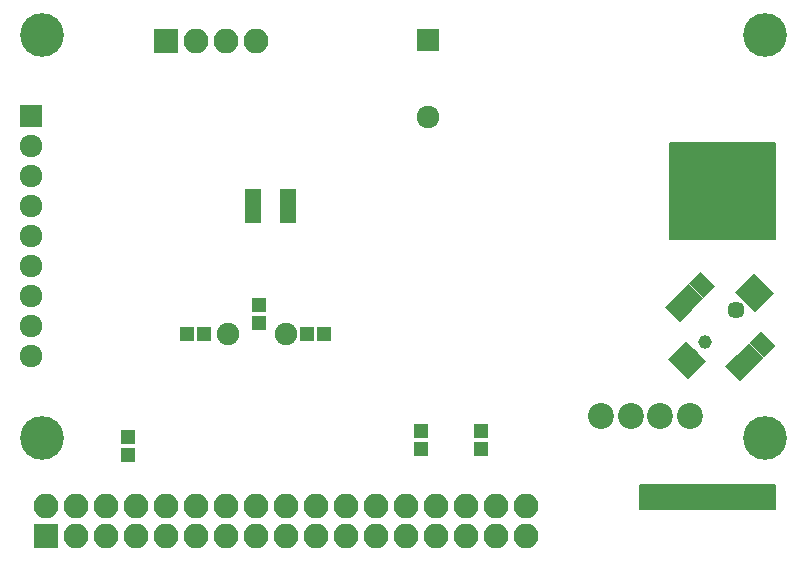
<source format=gbr>
G04 #@! TF.GenerationSoftware,KiCad,Pcbnew,no-vcs-found-bf44d39~61~ubuntu17.10.1*
G04 #@! TF.CreationDate,2018-01-04T13:29:05+03:00*
G04 #@! TF.ProjectId,FloppyEmulator,466C6F707079456D756C61746F722E6B,rev?*
G04 #@! TF.SameCoordinates,Original*
G04 #@! TF.FileFunction,Soldermask,Bot*
G04 #@! TF.FilePolarity,Negative*
%FSLAX46Y46*%
G04 Gerber Fmt 4.6, Leading zero omitted, Abs format (unit mm)*
G04 Created by KiCad (PCBNEW no-vcs-found-bf44d39~61~ubuntu17.10.1) date Thu Jan  4 13:29:05 2018*
%MOMM*%
%LPD*%
G01*
G04 APERTURE LIST*
%ADD10C,0.150000*%
%ADD11R,1.924000X1.924000*%
%ADD12C,1.924000*%
%ADD13C,3.700000*%
%ADD14C,1.150000*%
%ADD15C,1.450000*%
%ADD16C,2.200000*%
%ADD17C,0.100000*%
%ADD18C,1.400000*%
%ADD19C,1.900000*%
%ADD20R,2.100000X2.100000*%
%ADD21O,2.100000X2.100000*%
%ADD22R,1.150000X1.200000*%
%ADD23R,1.200000X1.150000*%
%ADD24R,1.400000X2.900000*%
G04 APERTURE END LIST*
D10*
G36*
X207772000Y-98552000D02*
X207772000Y-100584000D01*
X196342000Y-100584000D01*
X196342000Y-98552000D01*
X207772000Y-98552000D01*
G37*
X207772000Y-98552000D02*
X207772000Y-100584000D01*
X196342000Y-100584000D01*
X196342000Y-98552000D01*
X207772000Y-98552000D01*
G36*
X207772000Y-69596000D02*
X207772000Y-77724000D01*
X198882000Y-77724000D01*
X198882000Y-69596000D01*
X207772000Y-69596000D01*
G37*
X207772000Y-69596000D02*
X207772000Y-77724000D01*
X198882000Y-77724000D01*
X198882000Y-69596000D01*
X207772000Y-69596000D01*
D11*
X144780000Y-67310000D03*
D12*
X144780000Y-69850000D03*
X144780000Y-72390000D03*
X144780000Y-74930000D03*
X144780000Y-77470000D03*
X144780000Y-80010000D03*
X144780000Y-82550000D03*
X144780000Y-85090000D03*
X144780000Y-87630000D03*
D13*
X145780000Y-60420000D03*
X145780000Y-94520000D03*
X206980000Y-60420000D03*
X206980000Y-94520000D03*
D14*
X201856497Y-86433503D03*
D15*
X204543503Y-83746497D03*
D16*
X206063782Y-82226218D03*
D17*
G36*
X204437436Y-82155507D02*
X205993071Y-80599872D01*
X207690128Y-82296929D01*
X206134493Y-83852564D01*
X204437436Y-82155507D01*
X204437436Y-82155507D01*
G37*
D16*
X200336218Y-87953782D03*
D17*
G36*
X198709872Y-87883071D02*
X200265507Y-86327436D01*
X201962564Y-88024493D01*
X200406929Y-89580128D01*
X198709872Y-87883071D01*
X198709872Y-87883071D01*
G37*
D18*
X199629111Y-83605076D03*
D17*
G36*
X198515418Y-83481332D02*
X199505367Y-82491383D01*
X200742804Y-83728820D01*
X199752855Y-84718769D01*
X198515418Y-83481332D01*
X198515418Y-83481332D01*
G37*
D18*
X206735534Y-86610280D03*
D17*
G36*
X205621841Y-86486536D02*
X206611790Y-85496587D01*
X207849227Y-86734024D01*
X206859278Y-87723973D01*
X205621841Y-86486536D01*
X205621841Y-86486536D01*
G37*
D18*
X200636738Y-82597449D03*
D17*
G36*
X199523045Y-82473705D02*
X200512994Y-81483756D01*
X201750431Y-82721193D01*
X200760482Y-83711142D01*
X199523045Y-82473705D01*
X199523045Y-82473705D01*
G37*
D18*
X201644365Y-81589821D03*
D17*
G36*
X200530672Y-81466077D02*
X201520621Y-80476128D01*
X202758058Y-81713565D01*
X201768109Y-82703514D01*
X200530672Y-81466077D01*
X200530672Y-81466077D01*
G37*
D18*
X204720280Y-88625534D03*
D17*
G36*
X203606587Y-88501790D02*
X204596536Y-87511841D01*
X205833973Y-88749278D01*
X204844024Y-89739227D01*
X203606587Y-88501790D01*
X203606587Y-88501790D01*
G37*
D18*
X205727907Y-87617907D03*
D17*
G36*
X204614214Y-87494163D02*
X205604163Y-86504214D01*
X206841600Y-87741651D01*
X205851651Y-88731600D01*
X204614214Y-87494163D01*
X204614214Y-87494163D01*
G37*
D19*
X166370000Y-85725000D03*
X161490000Y-85725000D03*
D20*
X156210000Y-60960000D03*
D21*
X158750000Y-60960000D03*
X161290000Y-60960000D03*
X163830000Y-60960000D03*
D16*
X200600000Y-92710000D03*
X198100000Y-92710000D03*
X195600000Y-92710000D03*
X193100000Y-92710000D03*
D20*
X146050000Y-102870000D03*
D21*
X146050000Y-100330000D03*
X148590000Y-102870000D03*
X148590000Y-100330000D03*
X151130000Y-102870000D03*
X151130000Y-100330000D03*
X153670000Y-102870000D03*
X153670000Y-100330000D03*
X156210000Y-102870000D03*
X156210000Y-100330000D03*
X158750000Y-102870000D03*
X158750000Y-100330000D03*
X161290000Y-102870000D03*
X161290000Y-100330000D03*
X163830000Y-102870000D03*
X163830000Y-100330000D03*
X166370000Y-102870000D03*
X166370000Y-100330000D03*
X168910000Y-102870000D03*
X168910000Y-100330000D03*
X171450000Y-102870000D03*
X171450000Y-100330000D03*
X173990000Y-102870000D03*
X173990000Y-100330000D03*
X176530000Y-102870000D03*
X176530000Y-100330000D03*
X179070000Y-102870000D03*
X179070000Y-100330000D03*
X181610000Y-102870000D03*
X181610000Y-100330000D03*
X184150000Y-102870000D03*
X184150000Y-100330000D03*
X186690000Y-102870000D03*
X186690000Y-100330000D03*
D22*
X153035000Y-96000000D03*
X153035000Y-94500000D03*
X182880000Y-93992000D03*
X182880000Y-95492000D03*
X177800000Y-95492000D03*
X177800000Y-93992000D03*
D23*
X158000000Y-85725000D03*
X159500000Y-85725000D03*
X168160000Y-85725000D03*
X169660000Y-85725000D03*
D11*
X178435000Y-60885000D03*
D12*
X178435000Y-67385000D03*
D22*
X164084000Y-84824000D03*
X164084000Y-83324000D03*
D24*
X166600000Y-74930000D03*
X163600000Y-74930000D03*
M02*

</source>
